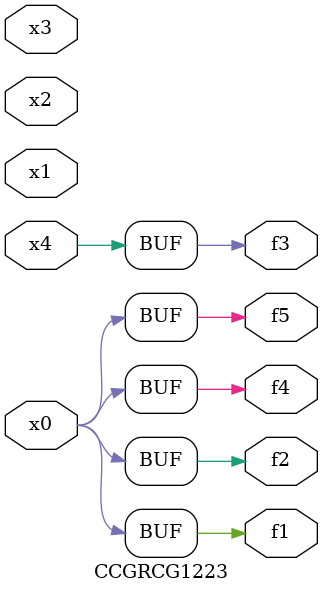
<source format=v>
module CCGRCG1223(
	input x0, x1, x2, x3, x4,
	output f1, f2, f3, f4, f5
);
	assign f1 = x0;
	assign f2 = x0;
	assign f3 = x4;
	assign f4 = x0;
	assign f5 = x0;
endmodule

</source>
